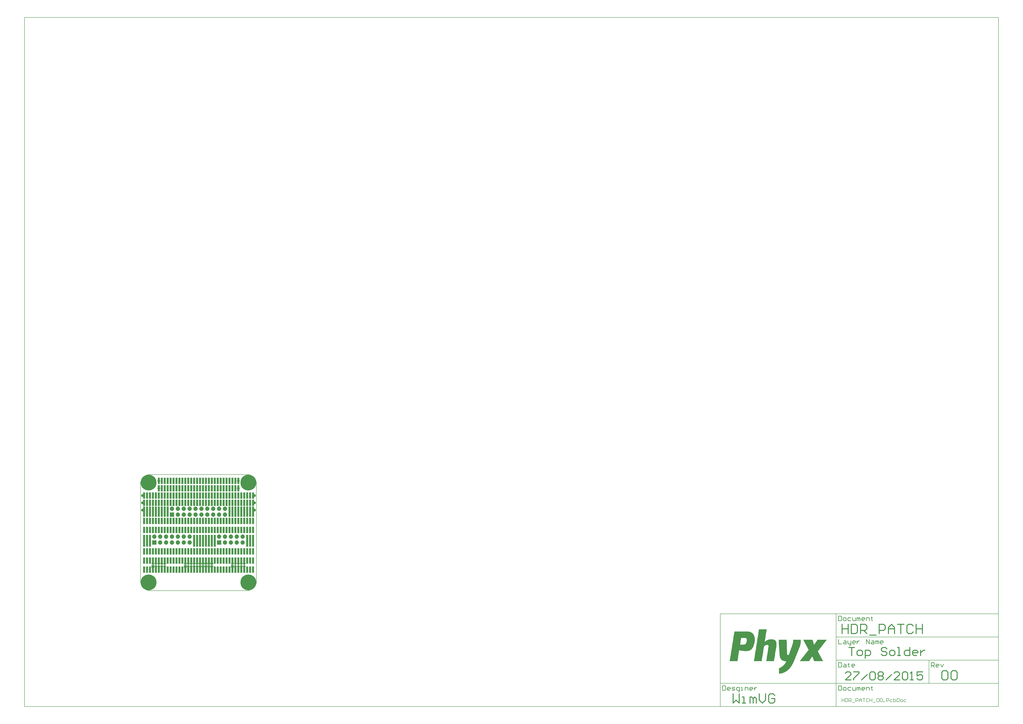
<source format=gts>
G04 Layer_Color=8388736*
%FSLAX25Y25*%
%MOIN*%
G70*
G01*
G75*
%ADD13C,0.01575*%
%ADD15C,0.00787*%
%ADD16C,0.00984*%
%ADD27R,0.03753X0.10642*%
%ADD28R,0.03753X0.20485*%
%ADD29R,0.03753X0.17335*%
%ADD30R,0.04528X0.04528*%
%ADD31C,0.04528*%
%ADD32R,0.07296X0.07296*%
%ADD33C,0.07296*%
%ADD34C,0.04934*%
%ADD35C,0.26772*%
G36*
X1121080Y-83717D02*
Y-84003D01*
Y-84290D01*
Y-84576D01*
Y-84862D01*
Y-85149D01*
Y-85435D01*
Y-85721D01*
Y-86007D01*
Y-86294D01*
Y-86580D01*
Y-86866D01*
Y-87153D01*
Y-87439D01*
Y-87725D01*
Y-88012D01*
Y-88298D01*
Y-88584D01*
Y-88871D01*
Y-89157D01*
Y-89443D01*
X1120793D01*
Y-89730D01*
Y-90016D01*
Y-90302D01*
Y-90588D01*
Y-90875D01*
X1120507D01*
Y-91161D01*
Y-91448D01*
Y-91734D01*
Y-92020D01*
X1120221D01*
Y-92306D01*
Y-92593D01*
Y-92879D01*
Y-93165D01*
X1119934D01*
Y-93452D01*
Y-93738D01*
Y-94024D01*
X1119648D01*
Y-94311D01*
Y-94597D01*
Y-94883D01*
X1119362D01*
Y-95170D01*
Y-95456D01*
Y-95742D01*
X1119075D01*
Y-96029D01*
Y-96315D01*
Y-96601D01*
X1118789D01*
Y-96887D01*
Y-97174D01*
X1118503D01*
Y-97460D01*
Y-97746D01*
X1118217D01*
Y-98033D01*
Y-98319D01*
Y-98605D01*
X1117930D01*
Y-98892D01*
Y-99178D01*
X1117644D01*
Y-99464D01*
Y-99751D01*
Y-100037D01*
X1117358D01*
Y-100323D01*
Y-100610D01*
X1117071D01*
Y-100896D01*
Y-101182D01*
Y-101468D01*
X1116785D01*
Y-101755D01*
Y-102041D01*
X1116499D01*
Y-102327D01*
Y-102614D01*
Y-102900D01*
X1116212D01*
Y-103186D01*
Y-103473D01*
X1115926D01*
Y-103759D01*
Y-104045D01*
Y-104332D01*
X1115640D01*
Y-104618D01*
Y-104904D01*
X1115353D01*
Y-105191D01*
Y-105477D01*
Y-105763D01*
X1115067D01*
Y-106049D01*
Y-106336D01*
X1114781D01*
Y-106622D01*
Y-106908D01*
Y-107195D01*
X1114494D01*
Y-107481D01*
Y-107767D01*
X1114208D01*
Y-108054D01*
Y-108340D01*
Y-108626D01*
X1113922D01*
Y-108913D01*
Y-109199D01*
X1113636D01*
Y-109485D01*
Y-109772D01*
Y-110058D01*
X1113349D01*
Y-110344D01*
Y-110630D01*
X1113063D01*
Y-110917D01*
Y-111203D01*
Y-111489D01*
X1112776D01*
Y-111776D01*
Y-112062D01*
X1112490D01*
Y-112348D01*
Y-112635D01*
Y-112921D01*
X1112204D01*
Y-113207D01*
Y-113494D01*
X1111918D01*
Y-113780D01*
Y-114066D01*
Y-114353D01*
X1111631D01*
Y-114639D01*
Y-114925D01*
X1111345D01*
Y-115211D01*
Y-115498D01*
Y-115784D01*
X1111059D01*
Y-116070D01*
Y-116357D01*
X1110772D01*
Y-116643D01*
Y-116929D01*
Y-117216D01*
X1110486D01*
Y-117502D01*
Y-117788D01*
X1110200D01*
Y-118075D01*
Y-118361D01*
Y-118647D01*
X1109913D01*
Y-118933D01*
Y-119220D01*
X1109627D01*
Y-119506D01*
Y-119792D01*
Y-120079D01*
X1109341D01*
Y-120365D01*
Y-120651D01*
X1109054D01*
Y-120938D01*
Y-121224D01*
X1108768D01*
Y-121510D01*
Y-121797D01*
X1108482D01*
Y-122083D01*
Y-122369D01*
Y-122656D01*
X1108195D01*
Y-122942D01*
X1107909D01*
Y-123228D01*
Y-123514D01*
Y-123801D01*
X1107623D01*
Y-124087D01*
X1107337D01*
Y-124373D01*
Y-124660D01*
X1107050D01*
Y-124946D01*
Y-125232D01*
X1106764D01*
Y-125519D01*
Y-125805D01*
X1106478D01*
Y-126091D01*
Y-126378D01*
X1106191D01*
Y-126664D01*
X1105905D01*
Y-126950D01*
Y-127237D01*
X1105619D01*
Y-127523D01*
Y-127809D01*
X1105332D01*
Y-128095D01*
X1105046D01*
Y-128382D01*
X1104760D01*
Y-128668D01*
Y-128954D01*
X1104473D01*
Y-129241D01*
X1104187D01*
Y-129527D01*
Y-129813D01*
X1103901D01*
Y-130100D01*
X1103615D01*
Y-130386D01*
X1103328D01*
Y-130672D01*
Y-130959D01*
X1103042D01*
Y-131245D01*
X1102756D01*
Y-131531D01*
X1102469D01*
Y-131818D01*
X1102183D01*
Y-132104D01*
X1101897D01*
Y-132390D01*
Y-132676D01*
X1101610D01*
Y-132963D01*
X1101324D01*
Y-133249D01*
X1101038D01*
Y-133535D01*
X1100751D01*
Y-133822D01*
X1100465D01*
Y-134108D01*
X1100179D01*
Y-134394D01*
X1099892D01*
Y-134681D01*
X1099320D01*
Y-134967D01*
X1099034D01*
Y-135253D01*
X1098747D01*
Y-135540D01*
X1098461D01*
Y-135826D01*
X1098175D01*
Y-136112D01*
X1097602D01*
Y-136399D01*
X1097316D01*
Y-136685D01*
X1096743D01*
Y-136971D01*
X1096457D01*
Y-137258D01*
X1095884D01*
Y-137544D01*
X1095598D01*
Y-137830D01*
X1095025D01*
Y-138117D01*
X1094452D01*
Y-138403D01*
X1093880D01*
Y-138689D01*
X1093307D01*
Y-138975D01*
X1092735D01*
Y-139262D01*
X1091876D01*
Y-139548D01*
X1091303D01*
Y-139834D01*
X1090444D01*
Y-140121D01*
X1089299D01*
Y-140407D01*
X1088154D01*
Y-140693D01*
X1086436D01*
Y-140980D01*
X1084432D01*
Y-141266D01*
X1084145D01*
Y-140980D01*
Y-140693D01*
Y-140407D01*
Y-140121D01*
Y-139834D01*
Y-139548D01*
Y-139262D01*
Y-138975D01*
Y-138689D01*
Y-138403D01*
Y-138117D01*
Y-137830D01*
Y-137544D01*
Y-137258D01*
Y-136971D01*
Y-136685D01*
Y-136399D01*
Y-136112D01*
Y-135826D01*
Y-135540D01*
Y-135253D01*
Y-134967D01*
Y-134681D01*
Y-134394D01*
Y-134108D01*
Y-133822D01*
Y-133535D01*
Y-133249D01*
Y-132963D01*
Y-132676D01*
Y-132390D01*
Y-132104D01*
Y-131818D01*
X1084718D01*
Y-131531D01*
X1085291D01*
Y-131245D01*
X1085863D01*
Y-130959D01*
X1086436D01*
Y-130672D01*
X1087008D01*
Y-130386D01*
X1087581D01*
Y-130100D01*
X1087867D01*
Y-129813D01*
X1088440D01*
Y-129527D01*
X1088726D01*
Y-129241D01*
X1089299D01*
Y-128954D01*
X1089585D01*
Y-128668D01*
X1089872D01*
Y-128382D01*
X1090444D01*
Y-128095D01*
X1090730D01*
Y-127809D01*
X1091017D01*
Y-127523D01*
X1091303D01*
Y-127237D01*
X1091589D01*
Y-126950D01*
X1091876D01*
Y-126664D01*
X1092162D01*
Y-126378D01*
X1092448D01*
Y-126091D01*
X1092735D01*
Y-125805D01*
X1093021D01*
Y-125519D01*
X1093307D01*
Y-125232D01*
X1093594D01*
Y-124946D01*
Y-124660D01*
X1093880D01*
Y-124373D01*
X1094166D01*
Y-124087D01*
X1094452D01*
Y-123801D01*
Y-123514D01*
X1094739D01*
Y-123228D01*
X1095025D01*
Y-122942D01*
Y-122656D01*
X1095311D01*
Y-122369D01*
Y-122083D01*
X1095598D01*
Y-121797D01*
X1095884D01*
Y-121510D01*
Y-121224D01*
X1096170D01*
Y-120938D01*
Y-120651D01*
X1096457D01*
Y-120365D01*
Y-120079D01*
X1094739D01*
Y-119792D01*
X1092735D01*
Y-119506D01*
X1091589D01*
Y-119220D01*
X1091017D01*
Y-118933D01*
X1090158D01*
Y-118647D01*
X1089585D01*
Y-118361D01*
X1089299D01*
Y-118075D01*
X1088726D01*
Y-117788D01*
X1088440D01*
Y-117502D01*
X1088154D01*
Y-117216D01*
X1087867D01*
Y-116929D01*
X1087581D01*
Y-116643D01*
X1087295D01*
Y-116357D01*
Y-116070D01*
X1087008D01*
Y-115784D01*
X1086722D01*
Y-115498D01*
Y-115211D01*
X1086436D01*
Y-114925D01*
Y-114639D01*
X1086149D01*
Y-114353D01*
Y-114066D01*
X1085863D01*
Y-113780D01*
Y-113494D01*
Y-113207D01*
X1085577D01*
Y-112921D01*
Y-112635D01*
Y-112348D01*
Y-112062D01*
X1085291D01*
Y-111776D01*
Y-111489D01*
Y-111203D01*
Y-110917D01*
Y-110630D01*
Y-110344D01*
Y-110058D01*
X1085004D01*
Y-109772D01*
Y-109485D01*
Y-109199D01*
Y-108913D01*
Y-108626D01*
Y-108340D01*
Y-108054D01*
Y-107767D01*
Y-107481D01*
Y-107195D01*
Y-106908D01*
Y-106622D01*
Y-106336D01*
Y-106049D01*
Y-105763D01*
X1084718D01*
Y-105477D01*
Y-105191D01*
Y-104904D01*
Y-104618D01*
Y-104332D01*
Y-104045D01*
Y-103759D01*
Y-103473D01*
Y-103186D01*
Y-102900D01*
Y-102614D01*
Y-102327D01*
Y-102041D01*
Y-101755D01*
Y-101468D01*
X1084432D01*
Y-101182D01*
Y-100896D01*
Y-100610D01*
Y-100323D01*
Y-100037D01*
Y-99751D01*
Y-99464D01*
Y-99178D01*
Y-98892D01*
Y-98605D01*
Y-98319D01*
Y-98033D01*
Y-97746D01*
Y-97460D01*
Y-97174D01*
Y-96887D01*
X1084145D01*
Y-96601D01*
Y-96315D01*
Y-96029D01*
Y-95742D01*
Y-95456D01*
Y-95170D01*
Y-94883D01*
Y-94597D01*
Y-94311D01*
Y-94024D01*
Y-93738D01*
Y-93452D01*
Y-93165D01*
Y-92879D01*
Y-92593D01*
Y-92306D01*
X1083859D01*
Y-92020D01*
Y-91734D01*
Y-91448D01*
Y-91161D01*
Y-90875D01*
Y-90588D01*
Y-90302D01*
Y-90016D01*
Y-89730D01*
Y-89443D01*
Y-89157D01*
Y-88871D01*
Y-88584D01*
Y-88298D01*
X1083573D01*
Y-88012D01*
Y-87725D01*
Y-87439D01*
Y-87153D01*
Y-86866D01*
Y-86580D01*
Y-86294D01*
Y-86007D01*
Y-85721D01*
Y-85435D01*
Y-85149D01*
Y-84862D01*
Y-84576D01*
Y-84290D01*
Y-84003D01*
Y-83717D01*
X1083286D01*
Y-83431D01*
X1097029D01*
Y-83717D01*
Y-84003D01*
Y-84290D01*
Y-84576D01*
Y-84862D01*
Y-85149D01*
Y-85435D01*
Y-85721D01*
Y-86007D01*
Y-86294D01*
Y-86580D01*
Y-86866D01*
Y-87153D01*
Y-87439D01*
X1097316D01*
Y-87725D01*
Y-88012D01*
Y-88298D01*
Y-88584D01*
Y-88871D01*
Y-89157D01*
Y-89443D01*
Y-89730D01*
Y-90016D01*
Y-90302D01*
Y-90588D01*
Y-90875D01*
Y-91161D01*
Y-91448D01*
Y-91734D01*
Y-92020D01*
Y-92306D01*
Y-92593D01*
Y-92879D01*
Y-93165D01*
Y-93452D01*
Y-93738D01*
Y-94024D01*
Y-94311D01*
Y-94597D01*
Y-94883D01*
Y-95170D01*
Y-95456D01*
Y-95742D01*
Y-96029D01*
Y-96315D01*
Y-96601D01*
Y-96887D01*
Y-97174D01*
Y-97460D01*
Y-97746D01*
Y-98033D01*
Y-98319D01*
Y-98605D01*
Y-98892D01*
Y-99178D01*
X1097602D01*
Y-99464D01*
X1097316D01*
Y-99751D01*
Y-100037D01*
X1097602D01*
Y-100323D01*
Y-100610D01*
Y-100896D01*
Y-101182D01*
Y-101468D01*
Y-101755D01*
Y-102041D01*
Y-102327D01*
Y-102614D01*
Y-102900D01*
Y-103186D01*
Y-103473D01*
Y-103759D01*
Y-104045D01*
Y-104332D01*
Y-104618D01*
Y-104904D01*
Y-105191D01*
Y-105477D01*
Y-105763D01*
Y-106049D01*
Y-106336D01*
Y-106622D01*
Y-106908D01*
Y-107195D01*
Y-107481D01*
X1097888D01*
Y-107767D01*
Y-108054D01*
Y-108340D01*
X1098175D01*
Y-108626D01*
X1098461D01*
Y-108913D01*
X1098747D01*
Y-109199D01*
X1099606D01*
Y-109485D01*
X1100465D01*
Y-109199D01*
X1100751D01*
Y-108913D01*
Y-108626D01*
Y-108340D01*
X1101038D01*
Y-108054D01*
Y-107767D01*
X1101324D01*
Y-107481D01*
Y-107195D01*
Y-106908D01*
X1101610D01*
Y-106622D01*
Y-106336D01*
Y-106049D01*
X1101897D01*
Y-105763D01*
Y-105477D01*
Y-105191D01*
X1102183D01*
Y-104904D01*
Y-104618D01*
Y-104332D01*
X1102469D01*
Y-104045D01*
Y-103759D01*
X1102756D01*
Y-103473D01*
Y-103186D01*
Y-102900D01*
X1103042D01*
Y-102614D01*
Y-102327D01*
Y-102041D01*
X1103328D01*
Y-101755D01*
Y-101468D01*
Y-101182D01*
X1103615D01*
Y-100896D01*
Y-100610D01*
X1103901D01*
Y-100323D01*
Y-100037D01*
Y-99751D01*
X1104187D01*
Y-99464D01*
Y-99178D01*
Y-98892D01*
X1104473D01*
Y-98605D01*
Y-98319D01*
Y-98033D01*
X1104760D01*
Y-97746D01*
Y-97460D01*
X1105046D01*
Y-97174D01*
Y-96887D01*
Y-96601D01*
X1105332D01*
Y-96315D01*
Y-96029D01*
Y-95742D01*
X1105619D01*
Y-95456D01*
Y-95170D01*
Y-94883D01*
X1105905D01*
Y-94597D01*
Y-94311D01*
X1106191D01*
Y-94024D01*
Y-93738D01*
Y-93452D01*
X1106478D01*
Y-93165D01*
Y-92879D01*
Y-92593D01*
X1106764D01*
Y-92306D01*
Y-92020D01*
Y-91734D01*
X1107050D01*
Y-91448D01*
Y-91161D01*
Y-90875D01*
Y-90588D01*
X1107337D01*
Y-90302D01*
Y-90016D01*
Y-89730D01*
Y-89443D01*
X1107623D01*
Y-89157D01*
Y-88871D01*
Y-88584D01*
Y-88298D01*
Y-88012D01*
X1107909D01*
Y-87725D01*
Y-87439D01*
Y-87153D01*
Y-86866D01*
Y-86580D01*
Y-86294D01*
X1108195D01*
Y-86007D01*
Y-85721D01*
Y-85435D01*
Y-85149D01*
Y-84862D01*
Y-84576D01*
Y-84290D01*
Y-84003D01*
Y-83717D01*
Y-83431D01*
X1121080D01*
Y-83717D01*
D02*
G37*
G36*
X1063244Y-66252D02*
Y-66538D01*
X1062958D01*
Y-66825D01*
Y-67111D01*
Y-67397D01*
Y-67684D01*
Y-67970D01*
Y-68256D01*
X1062672D01*
Y-68542D01*
Y-68829D01*
Y-69115D01*
Y-69401D01*
Y-69688D01*
Y-69974D01*
X1062385D01*
Y-70260D01*
Y-70547D01*
Y-70833D01*
Y-71119D01*
Y-71406D01*
Y-71692D01*
Y-71978D01*
X1062099D01*
Y-72264D01*
Y-72551D01*
Y-72837D01*
Y-73123D01*
Y-73410D01*
Y-73696D01*
X1061813D01*
Y-73982D01*
Y-74269D01*
Y-74555D01*
Y-74841D01*
Y-75128D01*
Y-75414D01*
X1061526D01*
Y-75700D01*
Y-75987D01*
Y-76273D01*
Y-76559D01*
Y-76846D01*
Y-77132D01*
Y-77418D01*
X1061240D01*
Y-77704D01*
Y-77991D01*
Y-78277D01*
Y-78563D01*
Y-78850D01*
Y-79136D01*
X1060954D01*
Y-79422D01*
Y-79709D01*
Y-79995D01*
Y-80281D01*
Y-80568D01*
Y-80854D01*
X1060668D01*
Y-81140D01*
Y-81427D01*
Y-81713D01*
Y-81999D01*
Y-82285D01*
Y-82572D01*
X1060381D01*
Y-82858D01*
Y-83144D01*
Y-83431D01*
Y-83717D01*
Y-84003D01*
Y-84290D01*
Y-84576D01*
X1060095D01*
Y-84862D01*
Y-85149D01*
Y-85435D01*
Y-85721D01*
Y-86007D01*
Y-86294D01*
X1059809D01*
Y-86580D01*
Y-86866D01*
X1060381D01*
Y-86580D01*
X1060668D01*
Y-86294D01*
X1060954D01*
Y-86007D01*
X1061526D01*
Y-85721D01*
X1061813D01*
Y-85435D01*
X1062099D01*
Y-85149D01*
X1062672D01*
Y-84862D01*
X1063244D01*
Y-84576D01*
X1063531D01*
Y-84290D01*
X1064103D01*
Y-84003D01*
X1064962D01*
Y-83717D01*
X1065535D01*
Y-83431D01*
X1066394D01*
Y-83144D01*
X1067825D01*
Y-82858D01*
X1074124D01*
Y-83144D01*
X1075270D01*
Y-83431D01*
X1076128D01*
Y-83717D01*
X1076701D01*
Y-84003D01*
X1076987D01*
Y-84290D01*
X1077560D01*
Y-84576D01*
X1077846D01*
Y-84862D01*
X1078133D01*
Y-85149D01*
X1078419D01*
Y-85435D01*
X1078705D01*
Y-85721D01*
Y-86007D01*
X1078992D01*
Y-86294D01*
Y-86580D01*
X1079278D01*
Y-86866D01*
Y-87153D01*
Y-87439D01*
X1079564D01*
Y-87725D01*
Y-88012D01*
Y-88298D01*
Y-88584D01*
X1079850D01*
Y-88871D01*
Y-89157D01*
Y-89443D01*
Y-89730D01*
Y-90016D01*
Y-90302D01*
Y-90588D01*
Y-90875D01*
Y-91161D01*
Y-91448D01*
Y-91734D01*
Y-92020D01*
Y-92306D01*
Y-92593D01*
Y-92879D01*
Y-93165D01*
Y-93452D01*
Y-93738D01*
X1079564D01*
Y-94024D01*
Y-94311D01*
Y-94597D01*
Y-94883D01*
Y-95170D01*
Y-95456D01*
Y-95742D01*
X1079278D01*
Y-96029D01*
Y-96315D01*
Y-96601D01*
Y-96887D01*
Y-97174D01*
Y-97460D01*
Y-97746D01*
X1078992D01*
Y-98033D01*
Y-98319D01*
Y-98605D01*
Y-98892D01*
Y-99178D01*
Y-99464D01*
X1078705D01*
Y-99751D01*
Y-100037D01*
Y-100323D01*
Y-100610D01*
Y-100896D01*
Y-101182D01*
X1078419D01*
Y-101468D01*
Y-101755D01*
Y-102041D01*
Y-102327D01*
Y-102614D01*
Y-102900D01*
X1078133D01*
Y-103186D01*
Y-103473D01*
Y-103759D01*
Y-104045D01*
Y-104332D01*
Y-104618D01*
Y-104904D01*
X1077846D01*
Y-105191D01*
Y-105477D01*
Y-105763D01*
Y-106049D01*
Y-106336D01*
Y-106622D01*
X1077560D01*
Y-106908D01*
Y-107195D01*
Y-107481D01*
Y-107767D01*
Y-108054D01*
Y-108340D01*
X1077274D01*
Y-108626D01*
Y-108913D01*
Y-109199D01*
Y-109485D01*
Y-109772D01*
Y-110058D01*
Y-110344D01*
X1076987D01*
Y-110630D01*
Y-110917D01*
Y-111203D01*
Y-111489D01*
Y-111776D01*
Y-112062D01*
X1076701D01*
Y-112348D01*
Y-112635D01*
Y-112921D01*
Y-113207D01*
Y-113494D01*
Y-113780D01*
X1076415D01*
Y-114066D01*
Y-114353D01*
Y-114639D01*
Y-114925D01*
Y-115211D01*
Y-115498D01*
X1076128D01*
Y-115784D01*
Y-116070D01*
Y-116357D01*
Y-116643D01*
Y-116929D01*
Y-117216D01*
Y-117502D01*
X1075842D01*
Y-117788D01*
Y-118075D01*
Y-118361D01*
Y-118647D01*
Y-118933D01*
Y-119220D01*
X1075556D01*
Y-119506D01*
Y-119792D01*
X1062385D01*
Y-119506D01*
Y-119220D01*
X1062672D01*
Y-118933D01*
Y-118647D01*
Y-118361D01*
Y-118075D01*
Y-117788D01*
Y-117502D01*
X1062958D01*
Y-117216D01*
Y-116929D01*
Y-116643D01*
Y-116357D01*
Y-116070D01*
Y-115784D01*
Y-115498D01*
X1063244D01*
Y-115211D01*
Y-114925D01*
Y-114639D01*
Y-114353D01*
Y-114066D01*
Y-113780D01*
X1063531D01*
Y-113494D01*
Y-113207D01*
Y-112921D01*
Y-112635D01*
Y-112348D01*
Y-112062D01*
X1063817D01*
Y-111776D01*
Y-111489D01*
Y-111203D01*
Y-110917D01*
Y-110630D01*
Y-110344D01*
Y-110058D01*
X1064103D01*
Y-109772D01*
Y-109485D01*
Y-109199D01*
Y-108913D01*
Y-108626D01*
Y-108340D01*
X1064390D01*
Y-108054D01*
Y-107767D01*
Y-107481D01*
Y-107195D01*
Y-106908D01*
Y-106622D01*
Y-106336D01*
X1064676D01*
Y-106049D01*
Y-105763D01*
Y-105477D01*
Y-105191D01*
Y-104904D01*
Y-104618D01*
X1064962D01*
Y-104332D01*
Y-104045D01*
Y-103759D01*
Y-103473D01*
Y-103186D01*
Y-102900D01*
X1065249D01*
Y-102614D01*
Y-102327D01*
Y-102041D01*
Y-101755D01*
Y-101468D01*
Y-101182D01*
X1065535D01*
Y-100896D01*
Y-100610D01*
Y-100323D01*
Y-100037D01*
Y-99751D01*
Y-99464D01*
Y-99178D01*
X1065821D01*
Y-98892D01*
Y-98605D01*
Y-98319D01*
Y-98033D01*
Y-97746D01*
Y-97460D01*
X1066107D01*
Y-97174D01*
Y-96887D01*
Y-96601D01*
Y-96315D01*
Y-96029D01*
Y-95742D01*
Y-95456D01*
X1066394D01*
Y-95170D01*
Y-94883D01*
Y-94597D01*
Y-94311D01*
Y-94024D01*
Y-93738D01*
X1066107D01*
Y-93452D01*
Y-93165D01*
X1065821D01*
Y-92879D01*
X1065535D01*
Y-92593D01*
X1064962D01*
Y-92306D01*
X1063244D01*
Y-92593D01*
X1061813D01*
Y-92879D01*
X1060954D01*
Y-93165D01*
X1060381D01*
Y-93452D01*
X1060095D01*
Y-93738D01*
X1059522D01*
Y-94024D01*
X1059236D01*
Y-94311D01*
X1058950D01*
Y-94597D01*
Y-94883D01*
X1058663D01*
Y-95170D01*
Y-95456D01*
Y-95742D01*
X1058377D01*
Y-96029D01*
Y-96315D01*
Y-96601D01*
Y-96887D01*
Y-97174D01*
Y-97460D01*
X1058091D01*
Y-97746D01*
Y-98033D01*
Y-98319D01*
Y-98605D01*
Y-98892D01*
Y-99178D01*
Y-99464D01*
X1057804D01*
Y-99751D01*
Y-100037D01*
Y-100323D01*
Y-100610D01*
Y-100896D01*
Y-101182D01*
X1057518D01*
Y-101468D01*
Y-101755D01*
Y-102041D01*
Y-102327D01*
Y-102614D01*
Y-102900D01*
X1057232D01*
Y-103186D01*
Y-103473D01*
Y-103759D01*
Y-104045D01*
Y-104332D01*
Y-104618D01*
X1056946D01*
Y-104904D01*
Y-105191D01*
Y-105477D01*
Y-105763D01*
Y-106049D01*
Y-106336D01*
Y-106622D01*
X1056659D01*
Y-106908D01*
Y-107195D01*
Y-107481D01*
Y-107767D01*
Y-108054D01*
Y-108340D01*
X1056373D01*
Y-108626D01*
Y-108913D01*
Y-109199D01*
Y-109485D01*
Y-109772D01*
Y-110058D01*
X1056087D01*
Y-110344D01*
Y-110630D01*
Y-110917D01*
Y-111203D01*
Y-111489D01*
Y-111776D01*
Y-112062D01*
X1055800D01*
Y-112348D01*
Y-112635D01*
Y-112921D01*
Y-113207D01*
Y-113494D01*
Y-113780D01*
X1055514D01*
Y-114066D01*
Y-114353D01*
Y-114639D01*
Y-114925D01*
Y-115211D01*
Y-115498D01*
X1055228D01*
Y-115784D01*
Y-116070D01*
Y-116357D01*
Y-116643D01*
Y-116929D01*
Y-117216D01*
X1054941D01*
Y-117502D01*
Y-117788D01*
Y-118075D01*
Y-118361D01*
Y-118647D01*
Y-118933D01*
Y-119220D01*
X1054655D01*
Y-119506D01*
Y-119792D01*
X1041485D01*
Y-119506D01*
Y-119220D01*
X1041771D01*
Y-118933D01*
Y-118647D01*
Y-118361D01*
Y-118075D01*
Y-117788D01*
Y-117502D01*
Y-117216D01*
X1042057D01*
Y-116929D01*
Y-116643D01*
Y-116357D01*
Y-116070D01*
Y-115784D01*
Y-115498D01*
X1042344D01*
Y-115211D01*
Y-114925D01*
Y-114639D01*
Y-114353D01*
Y-114066D01*
Y-113780D01*
X1042630D01*
Y-113494D01*
Y-113207D01*
Y-112921D01*
Y-112635D01*
Y-112348D01*
Y-112062D01*
Y-111776D01*
X1042916D01*
Y-111489D01*
Y-111203D01*
Y-110917D01*
Y-110630D01*
Y-110344D01*
Y-110058D01*
X1043202D01*
Y-109772D01*
Y-109485D01*
Y-109199D01*
Y-108913D01*
Y-108626D01*
Y-108340D01*
X1043489D01*
Y-108054D01*
Y-107767D01*
Y-107481D01*
Y-107195D01*
Y-106908D01*
Y-106622D01*
X1043775D01*
Y-106336D01*
Y-106049D01*
Y-105763D01*
Y-105477D01*
Y-105191D01*
Y-104904D01*
Y-104618D01*
X1044061D01*
Y-104332D01*
Y-104045D01*
Y-103759D01*
Y-103473D01*
Y-103186D01*
Y-102900D01*
X1044348D01*
Y-102614D01*
Y-102327D01*
Y-102041D01*
Y-101755D01*
Y-101468D01*
Y-101182D01*
X1044634D01*
Y-100896D01*
Y-100610D01*
Y-100323D01*
Y-100037D01*
Y-99751D01*
Y-99464D01*
Y-99178D01*
X1044920D01*
Y-98892D01*
Y-98605D01*
Y-98319D01*
Y-98033D01*
Y-97746D01*
Y-97460D01*
X1045207D01*
Y-97174D01*
Y-96887D01*
Y-96601D01*
Y-96315D01*
Y-96029D01*
Y-95742D01*
X1045493D01*
Y-95456D01*
Y-95170D01*
Y-94883D01*
Y-94597D01*
Y-94311D01*
Y-94024D01*
X1045779D01*
Y-93738D01*
Y-93452D01*
Y-93165D01*
Y-92879D01*
Y-92593D01*
Y-92306D01*
Y-92020D01*
X1046066D01*
Y-91734D01*
Y-91448D01*
Y-91161D01*
Y-90875D01*
Y-90588D01*
Y-90302D01*
X1046352D01*
Y-90016D01*
Y-89730D01*
Y-89443D01*
Y-89157D01*
Y-88871D01*
Y-88584D01*
X1046638D01*
Y-88298D01*
Y-88012D01*
Y-87725D01*
Y-87439D01*
Y-87153D01*
Y-86866D01*
X1046925D01*
Y-86580D01*
Y-86294D01*
Y-86007D01*
Y-85721D01*
Y-85435D01*
Y-85149D01*
Y-84862D01*
X1047211D01*
Y-84576D01*
Y-84290D01*
Y-84003D01*
Y-83717D01*
Y-83431D01*
Y-83144D01*
X1047497D01*
Y-82858D01*
Y-82572D01*
Y-82285D01*
Y-81999D01*
Y-81713D01*
Y-81427D01*
X1047783D01*
Y-81140D01*
Y-80854D01*
Y-80568D01*
Y-80281D01*
Y-79995D01*
Y-79709D01*
Y-79422D01*
X1048070D01*
Y-79136D01*
Y-78850D01*
Y-78563D01*
Y-78277D01*
Y-77991D01*
Y-77704D01*
X1048356D01*
Y-77418D01*
Y-77132D01*
Y-76846D01*
Y-76559D01*
Y-76273D01*
Y-75987D01*
X1048642D01*
Y-75700D01*
Y-75414D01*
Y-75128D01*
Y-74841D01*
Y-74555D01*
Y-74269D01*
X1048929D01*
Y-73982D01*
Y-73696D01*
Y-73410D01*
Y-73123D01*
Y-72837D01*
Y-72551D01*
Y-72264D01*
X1049215D01*
Y-71978D01*
Y-71692D01*
Y-71406D01*
Y-71119D01*
Y-70833D01*
Y-70547D01*
X1049501D01*
Y-70260D01*
Y-69974D01*
Y-69688D01*
Y-69401D01*
Y-69115D01*
Y-68829D01*
X1049788D01*
Y-68542D01*
Y-68256D01*
Y-67970D01*
Y-67684D01*
Y-67397D01*
Y-67111D01*
Y-66825D01*
X1050074D01*
Y-66538D01*
Y-66252D01*
Y-65966D01*
X1063244D01*
Y-66252D01*
D02*
G37*
G36*
X1032036Y-69688D02*
X1033754D01*
Y-69974D01*
X1034613D01*
Y-70260D01*
X1035472D01*
Y-70547D01*
X1036331D01*
Y-70833D01*
X1036904D01*
Y-71119D01*
X1037190D01*
Y-71406D01*
X1037763D01*
Y-71692D01*
X1038049D01*
Y-71978D01*
X1038622D01*
Y-72264D01*
X1038908D01*
Y-72551D01*
X1039194D01*
Y-72837D01*
X1039480D01*
Y-73123D01*
X1039767D01*
Y-73410D01*
X1040053D01*
Y-73696D01*
X1040339D01*
Y-73982D01*
Y-74269D01*
X1040626D01*
Y-74555D01*
X1040912D01*
Y-74841D01*
Y-75128D01*
X1041198D01*
Y-75414D01*
X1041485D01*
Y-75700D01*
Y-75987D01*
X1041771D01*
Y-76273D01*
Y-76559D01*
Y-76846D01*
X1042057D01*
Y-77132D01*
Y-77418D01*
Y-77704D01*
X1042344D01*
Y-77991D01*
Y-78277D01*
Y-78563D01*
Y-78850D01*
X1042630D01*
Y-79136D01*
Y-79422D01*
Y-79709D01*
Y-79995D01*
Y-80281D01*
X1042916D01*
Y-80568D01*
Y-80854D01*
Y-81140D01*
Y-81427D01*
Y-81713D01*
Y-81999D01*
Y-82285D01*
Y-82572D01*
Y-82858D01*
Y-83144D01*
Y-83431D01*
Y-83717D01*
Y-84003D01*
Y-84290D01*
Y-84576D01*
Y-84862D01*
Y-85149D01*
Y-85435D01*
Y-85721D01*
Y-86007D01*
X1042630D01*
Y-86294D01*
Y-86580D01*
Y-86866D01*
Y-87153D01*
Y-87439D01*
Y-87725D01*
Y-88012D01*
X1042344D01*
Y-88298D01*
Y-88584D01*
Y-88871D01*
Y-89157D01*
Y-89443D01*
X1042057D01*
Y-89730D01*
Y-90016D01*
Y-90302D01*
Y-90588D01*
Y-90875D01*
X1041771D01*
Y-91161D01*
Y-91448D01*
Y-91734D01*
X1041485D01*
Y-92020D01*
Y-92306D01*
Y-92593D01*
Y-92879D01*
X1041198D01*
Y-93165D01*
Y-93452D01*
Y-93738D01*
X1040912D01*
Y-94024D01*
Y-94311D01*
X1040626D01*
Y-94597D01*
Y-94883D01*
Y-95170D01*
X1040339D01*
Y-95456D01*
Y-95742D01*
X1040053D01*
Y-96029D01*
Y-96315D01*
X1039767D01*
Y-96601D01*
Y-96887D01*
X1039480D01*
Y-97174D01*
X1039194D01*
Y-97460D01*
Y-97746D01*
X1038908D01*
Y-98033D01*
X1038622D01*
Y-98319D01*
X1038335D01*
Y-98605D01*
Y-98892D01*
X1038049D01*
Y-99178D01*
X1037763D01*
Y-99464D01*
X1037476D01*
Y-99751D01*
X1037190D01*
Y-100037D01*
X1036904D01*
Y-100323D01*
X1036331D01*
Y-100610D01*
X1036045D01*
Y-100896D01*
X1035472D01*
Y-101182D01*
X1035186D01*
Y-101468D01*
X1034613D01*
Y-101755D01*
X1033754D01*
Y-102041D01*
X1032895D01*
Y-102327D01*
X1032036D01*
Y-102614D01*
X1030318D01*
Y-102900D01*
X1025165D01*
Y-102614D01*
X1022588D01*
Y-102327D01*
X1020584D01*
Y-102041D01*
X1019152D01*
Y-101755D01*
X1017721D01*
Y-101468D01*
X1016289D01*
Y-101755D01*
Y-102041D01*
Y-102327D01*
Y-102614D01*
Y-102900D01*
Y-103186D01*
Y-103473D01*
X1016003D01*
Y-103759D01*
Y-104045D01*
Y-104332D01*
Y-104618D01*
Y-104904D01*
Y-105191D01*
X1015716D01*
Y-105477D01*
Y-105763D01*
Y-106049D01*
Y-106336D01*
Y-106622D01*
Y-106908D01*
X1015430D01*
Y-107195D01*
Y-107481D01*
Y-107767D01*
Y-108054D01*
Y-108340D01*
Y-108626D01*
Y-108913D01*
X1015144D01*
Y-109199D01*
Y-109485D01*
Y-109772D01*
Y-110058D01*
Y-110344D01*
Y-110630D01*
X1014857D01*
Y-110917D01*
Y-111203D01*
Y-111489D01*
Y-111776D01*
Y-112062D01*
Y-112348D01*
X1014571D01*
Y-112635D01*
Y-112921D01*
Y-113207D01*
Y-113494D01*
Y-113780D01*
Y-114066D01*
Y-114353D01*
X1014285D01*
Y-114639D01*
Y-114925D01*
Y-115211D01*
Y-115498D01*
Y-115784D01*
Y-116070D01*
X1013999D01*
Y-116357D01*
Y-116643D01*
Y-116929D01*
Y-117216D01*
Y-117502D01*
Y-117788D01*
X1013712D01*
Y-118075D01*
Y-118361D01*
Y-118647D01*
Y-118933D01*
Y-119220D01*
Y-119506D01*
Y-119792D01*
X1000256D01*
Y-119506D01*
X1000542D01*
Y-119220D01*
Y-118933D01*
Y-118647D01*
Y-118361D01*
Y-118075D01*
X1000828D01*
Y-117788D01*
Y-117502D01*
Y-117216D01*
Y-116929D01*
Y-116643D01*
Y-116357D01*
Y-116070D01*
X1001114D01*
Y-115784D01*
Y-115498D01*
Y-115211D01*
Y-114925D01*
Y-114639D01*
Y-114353D01*
X1001401D01*
Y-114066D01*
Y-113780D01*
Y-113494D01*
Y-113207D01*
Y-112921D01*
Y-112635D01*
X1001687D01*
Y-112348D01*
Y-112062D01*
Y-111776D01*
Y-111489D01*
Y-111203D01*
Y-110917D01*
Y-110630D01*
X1001974D01*
Y-110344D01*
Y-110058D01*
Y-109772D01*
Y-109485D01*
Y-109199D01*
Y-108913D01*
X1002260D01*
Y-108626D01*
Y-108340D01*
Y-108054D01*
Y-107767D01*
Y-107481D01*
Y-107195D01*
X1002546D01*
Y-106908D01*
Y-106622D01*
Y-106336D01*
Y-106049D01*
Y-105763D01*
Y-105477D01*
X1002832D01*
Y-105191D01*
Y-104904D01*
Y-104618D01*
Y-104332D01*
Y-104045D01*
Y-103759D01*
Y-103473D01*
X1003119D01*
Y-103186D01*
Y-102900D01*
Y-102614D01*
Y-102327D01*
Y-102041D01*
Y-101755D01*
X1003405D01*
Y-101468D01*
Y-101182D01*
Y-100896D01*
Y-100610D01*
Y-100323D01*
Y-100037D01*
X1003691D01*
Y-99751D01*
Y-99464D01*
Y-99178D01*
Y-98892D01*
Y-98605D01*
Y-98319D01*
X1003978D01*
Y-98033D01*
Y-97746D01*
Y-97460D01*
Y-97174D01*
Y-96887D01*
Y-96601D01*
Y-96315D01*
X1004264D01*
Y-96029D01*
Y-95742D01*
Y-95456D01*
Y-95170D01*
Y-94883D01*
Y-94597D01*
X1004550D01*
Y-94311D01*
Y-94024D01*
Y-93738D01*
Y-93452D01*
Y-93165D01*
Y-92879D01*
X1004837D01*
Y-92593D01*
Y-92306D01*
Y-92020D01*
Y-91734D01*
Y-91448D01*
Y-91161D01*
Y-90875D01*
X1005123D01*
Y-90588D01*
Y-90302D01*
Y-90016D01*
Y-89730D01*
Y-89443D01*
Y-89157D01*
X1005409D01*
Y-88871D01*
Y-88584D01*
Y-88298D01*
Y-88012D01*
Y-87725D01*
Y-87439D01*
X1005696D01*
Y-87153D01*
Y-86866D01*
Y-86580D01*
Y-86294D01*
Y-86007D01*
Y-85721D01*
X1005982D01*
Y-85435D01*
Y-85149D01*
Y-84862D01*
Y-84576D01*
Y-84290D01*
Y-84003D01*
Y-83717D01*
X1006268D01*
Y-83431D01*
Y-83144D01*
Y-82858D01*
Y-82572D01*
Y-82285D01*
Y-81999D01*
X1006555D01*
Y-81713D01*
Y-81427D01*
Y-81140D01*
Y-80854D01*
Y-80568D01*
Y-80281D01*
X1006841D01*
Y-79995D01*
Y-79709D01*
Y-79422D01*
Y-79136D01*
Y-78850D01*
Y-78563D01*
Y-78277D01*
X1007127D01*
Y-77991D01*
Y-77704D01*
Y-77418D01*
Y-77132D01*
Y-76846D01*
Y-76559D01*
X1007413D01*
Y-76273D01*
Y-75987D01*
Y-75700D01*
Y-75414D01*
Y-75128D01*
Y-74841D01*
X1007700D01*
Y-74555D01*
Y-74269D01*
Y-73982D01*
Y-73696D01*
Y-73410D01*
Y-73123D01*
Y-72837D01*
X1007986D01*
Y-72551D01*
Y-72264D01*
Y-71978D01*
Y-71692D01*
Y-71406D01*
Y-71119D01*
X1008272D01*
Y-70833D01*
Y-70547D01*
Y-70260D01*
Y-69974D01*
Y-69688D01*
Y-69401D01*
X1032036D01*
Y-69688D01*
D02*
G37*
G36*
X1165172Y-83717D02*
X1164886D01*
Y-84003D01*
X1164599D01*
Y-84290D01*
Y-84576D01*
X1164313D01*
Y-84862D01*
X1164027D01*
Y-85149D01*
X1163740D01*
Y-85435D01*
Y-85721D01*
X1163454D01*
Y-86007D01*
X1163168D01*
Y-86294D01*
X1162881D01*
Y-86580D01*
X1162595D01*
Y-86866D01*
Y-87153D01*
X1162309D01*
Y-87439D01*
X1162022D01*
Y-87725D01*
X1161736D01*
Y-88012D01*
Y-88298D01*
X1161450D01*
Y-88584D01*
X1161163D01*
Y-88871D01*
X1160877D01*
Y-89157D01*
X1160591D01*
Y-89443D01*
Y-89730D01*
X1160305D01*
Y-90016D01*
X1160018D01*
Y-90302D01*
X1159732D01*
Y-90588D01*
Y-90875D01*
X1159445D01*
Y-91161D01*
X1159159D01*
Y-91448D01*
X1158873D01*
Y-91734D01*
Y-92020D01*
X1158587D01*
Y-92306D01*
X1158300D01*
Y-92593D01*
X1158014D01*
Y-92879D01*
X1157728D01*
Y-93165D01*
Y-93452D01*
X1157441D01*
Y-93738D01*
X1157155D01*
Y-94024D01*
X1156869D01*
Y-94311D01*
Y-94597D01*
X1156582D01*
Y-94883D01*
X1156296D01*
Y-95170D01*
X1156010D01*
Y-95456D01*
Y-95742D01*
X1155723D01*
Y-96029D01*
X1155437D01*
Y-96315D01*
X1155151D01*
Y-96601D01*
X1154865D01*
Y-96887D01*
Y-97174D01*
X1154578D01*
Y-97460D01*
X1154292D01*
Y-97746D01*
X1154006D01*
Y-98033D01*
Y-98319D01*
X1153719D01*
Y-98605D01*
X1153433D01*
Y-98892D01*
X1153147D01*
Y-99178D01*
Y-99464D01*
X1152860D01*
Y-99751D01*
X1152574D01*
Y-100037D01*
X1152288D01*
Y-100323D01*
X1152001D01*
Y-100610D01*
Y-100896D01*
X1151715D01*
Y-101182D01*
X1151429D01*
Y-101468D01*
X1151142D01*
Y-101755D01*
Y-102041D01*
X1150856D01*
Y-102327D01*
X1150570D01*
Y-102614D01*
X1150284D01*
Y-102900D01*
X1149997D01*
Y-103186D01*
Y-103473D01*
X1150284D01*
Y-103759D01*
Y-104045D01*
X1150570D01*
Y-104332D01*
Y-104618D01*
X1150856D01*
Y-104904D01*
X1151142D01*
Y-105191D01*
Y-105477D01*
X1151429D01*
Y-105763D01*
Y-106049D01*
X1151715D01*
Y-106336D01*
Y-106622D01*
X1152001D01*
Y-106908D01*
Y-107195D01*
X1152288D01*
Y-107481D01*
Y-107767D01*
X1152574D01*
Y-108054D01*
Y-108340D01*
X1152860D01*
Y-108626D01*
Y-108913D01*
X1153147D01*
Y-109199D01*
Y-109485D01*
X1153433D01*
Y-109772D01*
X1153719D01*
Y-110058D01*
Y-110344D01*
X1154006D01*
Y-110630D01*
Y-110917D01*
X1154292D01*
Y-111203D01*
Y-111489D01*
X1154578D01*
Y-111776D01*
Y-112062D01*
X1154865D01*
Y-112348D01*
Y-112635D01*
X1155151D01*
Y-112921D01*
Y-113207D01*
X1155437D01*
Y-113494D01*
Y-113780D01*
X1155723D01*
Y-114066D01*
X1156010D01*
Y-114353D01*
Y-114639D01*
X1156296D01*
Y-114925D01*
Y-115211D01*
X1156582D01*
Y-115498D01*
Y-115784D01*
X1156869D01*
Y-116070D01*
Y-116357D01*
X1157155D01*
Y-116643D01*
Y-116929D01*
X1157441D01*
Y-117216D01*
Y-117502D01*
X1157728D01*
Y-117788D01*
Y-118075D01*
X1158014D01*
Y-118361D01*
X1158300D01*
Y-118647D01*
Y-118933D01*
X1158587D01*
Y-119220D01*
Y-119506D01*
X1158873D01*
Y-119792D01*
X1143698D01*
Y-119506D01*
X1143412D01*
Y-119220D01*
Y-118933D01*
Y-118647D01*
X1143126D01*
Y-118361D01*
Y-118075D01*
Y-117788D01*
X1142839D01*
Y-117502D01*
Y-117216D01*
X1142553D01*
Y-116929D01*
Y-116643D01*
Y-116357D01*
X1142267D01*
Y-116070D01*
Y-115784D01*
Y-115498D01*
X1141980D01*
Y-115211D01*
Y-114925D01*
X1141694D01*
Y-114639D01*
Y-114353D01*
Y-114066D01*
X1141408D01*
Y-113780D01*
Y-113494D01*
Y-113207D01*
X1141121D01*
Y-112921D01*
Y-112635D01*
Y-112348D01*
X1140835D01*
Y-112062D01*
X1140263D01*
Y-112348D01*
Y-112635D01*
X1139976D01*
Y-112921D01*
X1139690D01*
Y-113207D01*
Y-113494D01*
X1139404D01*
Y-113780D01*
X1139117D01*
Y-114066D01*
Y-114353D01*
X1138831D01*
Y-114639D01*
X1138545D01*
Y-114925D01*
Y-115211D01*
X1138258D01*
Y-115498D01*
X1137972D01*
Y-115784D01*
X1137686D01*
Y-116070D01*
Y-116357D01*
X1137399D01*
Y-116643D01*
X1137113D01*
Y-116929D01*
Y-117216D01*
X1136827D01*
Y-117502D01*
X1136541D01*
Y-117788D01*
Y-118075D01*
X1136254D01*
Y-118361D01*
X1135968D01*
Y-118647D01*
Y-118933D01*
X1135682D01*
Y-119220D01*
X1135395D01*
Y-119506D01*
Y-119792D01*
X1119362D01*
Y-119506D01*
X1119648D01*
Y-119220D01*
X1119934D01*
Y-118933D01*
X1120221D01*
Y-118647D01*
X1120507D01*
Y-118361D01*
Y-118075D01*
X1120793D01*
Y-117788D01*
X1121080D01*
Y-117502D01*
X1121366D01*
Y-117216D01*
X1121652D01*
Y-116929D01*
Y-116643D01*
X1121939D01*
Y-116357D01*
X1122225D01*
Y-116070D01*
X1122511D01*
Y-115784D01*
Y-115498D01*
X1122797D01*
Y-115211D01*
X1123084D01*
Y-114925D01*
X1123370D01*
Y-114639D01*
X1123656D01*
Y-114353D01*
Y-114066D01*
X1123943D01*
Y-113780D01*
X1124229D01*
Y-113494D01*
X1124515D01*
Y-113207D01*
X1124802D01*
Y-112921D01*
Y-112635D01*
X1125088D01*
Y-112348D01*
X1125374D01*
Y-112062D01*
X1125661D01*
Y-111776D01*
Y-111489D01*
X1125947D01*
Y-111203D01*
X1126233D01*
Y-110917D01*
X1126519D01*
Y-110630D01*
X1126806D01*
Y-110344D01*
Y-110058D01*
X1127092D01*
Y-109772D01*
X1127378D01*
Y-109485D01*
X1127665D01*
Y-109199D01*
Y-108913D01*
X1127951D01*
Y-108626D01*
X1128237D01*
Y-108340D01*
X1128524D01*
Y-108054D01*
X1128810D01*
Y-107767D01*
Y-107481D01*
X1129096D01*
Y-107195D01*
X1129383D01*
Y-106908D01*
X1129669D01*
Y-106622D01*
Y-106336D01*
X1129955D01*
Y-106049D01*
X1130242D01*
Y-105763D01*
X1130528D01*
Y-105477D01*
X1130814D01*
Y-105191D01*
Y-104904D01*
X1131100D01*
Y-104618D01*
X1131387D01*
Y-104332D01*
X1131673D01*
Y-104045D01*
X1131960D01*
Y-103759D01*
Y-103473D01*
X1132246D01*
Y-103186D01*
X1132532D01*
Y-102900D01*
X1132818D01*
Y-102614D01*
Y-102327D01*
X1133105D01*
Y-102041D01*
X1133391D01*
Y-101755D01*
X1133677D01*
Y-101468D01*
X1133964D01*
Y-101182D01*
Y-100896D01*
X1134250D01*
Y-100610D01*
Y-100323D01*
Y-100037D01*
X1133964D01*
Y-99751D01*
X1133677D01*
Y-99464D01*
Y-99178D01*
X1133391D01*
Y-98892D01*
Y-98605D01*
X1133105D01*
Y-98319D01*
Y-98033D01*
X1132818D01*
Y-97746D01*
Y-97460D01*
X1132532D01*
Y-97174D01*
Y-96887D01*
X1132246D01*
Y-96601D01*
Y-96315D01*
X1131960D01*
Y-96029D01*
X1131673D01*
Y-95742D01*
Y-95456D01*
X1131387D01*
Y-95170D01*
Y-94883D01*
X1131100D01*
Y-94597D01*
Y-94311D01*
X1130814D01*
Y-94024D01*
Y-93738D01*
X1130528D01*
Y-93452D01*
Y-93165D01*
X1130242D01*
Y-92879D01*
Y-92593D01*
X1129955D01*
Y-92306D01*
X1129669D01*
Y-92020D01*
Y-91734D01*
X1129383D01*
Y-91448D01*
Y-91161D01*
X1129096D01*
Y-90875D01*
Y-90588D01*
X1128810D01*
Y-90302D01*
Y-90016D01*
X1128524D01*
Y-89730D01*
Y-89443D01*
X1128237D01*
Y-89157D01*
Y-88871D01*
X1127951D01*
Y-88584D01*
Y-88298D01*
X1127665D01*
Y-88012D01*
X1127378D01*
Y-87725D01*
Y-87439D01*
X1127092D01*
Y-87153D01*
Y-86866D01*
X1126806D01*
Y-86580D01*
Y-86294D01*
X1126519D01*
Y-86007D01*
Y-85721D01*
X1126233D01*
Y-85435D01*
Y-85149D01*
X1125947D01*
Y-84862D01*
Y-84576D01*
X1125661D01*
Y-84290D01*
X1125374D01*
Y-84003D01*
Y-83717D01*
X1125088D01*
Y-83431D01*
X1140835D01*
Y-83717D01*
X1141121D01*
Y-84003D01*
Y-84290D01*
Y-84576D01*
X1141408D01*
Y-84862D01*
Y-85149D01*
Y-85435D01*
X1141694D01*
Y-85721D01*
Y-86007D01*
Y-86294D01*
X1141980D01*
Y-86580D01*
Y-86866D01*
Y-87153D01*
X1142267D01*
Y-87439D01*
Y-87725D01*
Y-88012D01*
X1142553D01*
Y-88298D01*
Y-88584D01*
Y-88871D01*
X1142839D01*
Y-89157D01*
Y-89443D01*
Y-89730D01*
X1143126D01*
Y-90016D01*
Y-90302D01*
Y-90588D01*
X1143412D01*
Y-90875D01*
Y-91161D01*
Y-91448D01*
Y-91734D01*
X1143985D01*
Y-91448D01*
X1144271D01*
Y-91161D01*
X1144557D01*
Y-90875D01*
Y-90588D01*
X1144844D01*
Y-90302D01*
X1145130D01*
Y-90016D01*
Y-89730D01*
X1145416D01*
Y-89443D01*
X1145702D01*
Y-89157D01*
Y-88871D01*
X1145989D01*
Y-88584D01*
X1146275D01*
Y-88298D01*
Y-88012D01*
X1146561D01*
Y-87725D01*
X1146848D01*
Y-87439D01*
Y-87153D01*
X1147134D01*
Y-86866D01*
X1147420D01*
Y-86580D01*
Y-86294D01*
X1147707D01*
Y-86007D01*
X1147993D01*
Y-85721D01*
Y-85435D01*
X1148279D01*
Y-85149D01*
X1148566D01*
Y-84862D01*
Y-84576D01*
X1148852D01*
Y-84290D01*
X1149138D01*
Y-84003D01*
Y-83717D01*
X1149425D01*
Y-83431D01*
X1165172D01*
Y-83717D01*
D02*
G37*
%LPC*%
G36*
X1027742Y-80568D02*
X1019725D01*
Y-80854D01*
Y-81140D01*
Y-81427D01*
Y-81713D01*
Y-81999D01*
X1019438D01*
Y-82285D01*
Y-82572D01*
Y-82858D01*
Y-83144D01*
Y-83431D01*
Y-83717D01*
X1019152D01*
Y-84003D01*
Y-84290D01*
Y-84576D01*
Y-84862D01*
Y-85149D01*
Y-85435D01*
X1018866D01*
Y-85721D01*
Y-86007D01*
Y-86294D01*
Y-86580D01*
Y-86866D01*
Y-87153D01*
X1018580D01*
Y-87439D01*
Y-87725D01*
Y-88012D01*
Y-88298D01*
Y-88584D01*
Y-88871D01*
Y-89157D01*
X1018293D01*
Y-89443D01*
Y-89730D01*
Y-90016D01*
Y-90302D01*
Y-90588D01*
Y-90875D01*
X1018007D01*
Y-91161D01*
Y-91448D01*
Y-91734D01*
X1025165D01*
Y-91448D01*
X1026310D01*
Y-91161D01*
X1026883D01*
Y-90875D01*
X1027169D01*
Y-90588D01*
X1027455D01*
Y-90302D01*
X1027742D01*
Y-90016D01*
X1028028D01*
Y-89730D01*
Y-89443D01*
X1028314D01*
Y-89157D01*
Y-88871D01*
X1028601D01*
Y-88584D01*
Y-88298D01*
X1028887D01*
Y-88012D01*
Y-87725D01*
Y-87439D01*
Y-87153D01*
X1029173D01*
Y-86866D01*
Y-86580D01*
Y-86294D01*
Y-86007D01*
Y-85721D01*
X1029459D01*
Y-85435D01*
Y-85149D01*
Y-84862D01*
Y-84576D01*
Y-84290D01*
Y-84003D01*
Y-83717D01*
Y-83431D01*
Y-83144D01*
Y-82858D01*
Y-82572D01*
X1029173D01*
Y-82285D01*
Y-81999D01*
X1028887D01*
Y-81713D01*
Y-81427D01*
X1028601D01*
Y-81140D01*
X1028314D01*
Y-80854D01*
X1027742D01*
Y-80568D01*
D02*
G37*
%LPD*%
D13*
X1202756Y-96461D02*
X1211939D01*
X1207348D01*
Y-110236D01*
X1218827D02*
X1223419D01*
X1225714Y-107940D01*
Y-103349D01*
X1223419Y-101053D01*
X1218827D01*
X1216531Y-103349D01*
Y-107940D01*
X1218827Y-110236D01*
X1230306Y-114828D02*
Y-101053D01*
X1237194D01*
X1239489Y-103349D01*
Y-107940D01*
X1237194Y-110236D01*
X1230306D01*
X1267040Y-98757D02*
X1264744Y-96461D01*
X1260152D01*
X1257856Y-98757D01*
Y-101053D01*
X1260152Y-103349D01*
X1264744D01*
X1267040Y-105645D01*
Y-107940D01*
X1264744Y-110236D01*
X1260152D01*
X1257856Y-107940D01*
X1273927Y-110236D02*
X1278519D01*
X1280815Y-107940D01*
Y-103349D01*
X1278519Y-101053D01*
X1273927D01*
X1271631Y-103349D01*
Y-107940D01*
X1273927Y-110236D01*
X1285406D02*
X1289998D01*
X1287702D01*
Y-96461D01*
X1285406D01*
X1306069D02*
Y-110236D01*
X1299181D01*
X1296886Y-107940D01*
Y-103349D01*
X1299181Y-101053D01*
X1306069D01*
X1317548Y-110236D02*
X1312957D01*
X1310661Y-107940D01*
Y-103349D01*
X1312957Y-101053D01*
X1317548D01*
X1319844Y-103349D01*
Y-105645D01*
X1310661D01*
X1324436Y-101053D02*
Y-110236D01*
Y-105645D01*
X1326732Y-103349D01*
X1329027Y-101053D01*
X1331323D01*
X1005906Y-175202D02*
Y-190945D01*
X1011153Y-185697D01*
X1016401Y-190945D01*
Y-175202D01*
X1021649Y-190945D02*
X1026896D01*
X1024272D01*
Y-180450D01*
X1021649D01*
X1034768Y-190945D02*
Y-180450D01*
X1037391D01*
X1040015Y-183073D01*
Y-190945D01*
Y-183073D01*
X1042639Y-180450D01*
X1045263Y-183073D01*
Y-190945D01*
X1050511Y-175202D02*
Y-185697D01*
X1055758Y-190945D01*
X1061006Y-185697D01*
Y-175202D01*
X1076749Y-177826D02*
X1074125Y-175202D01*
X1068877D01*
X1066253Y-177826D01*
Y-188321D01*
X1068877Y-190945D01*
X1074125D01*
X1076749Y-188321D01*
Y-183073D01*
X1071501D01*
X1360236Y-138456D02*
X1362860Y-135832D01*
X1368108D01*
X1370732Y-138456D01*
Y-148951D01*
X1368108Y-151575D01*
X1362860D01*
X1360236Y-148951D01*
Y-138456D01*
X1375979D02*
X1378603Y-135832D01*
X1383851D01*
X1386475Y-138456D01*
Y-148951D01*
X1383851Y-151575D01*
X1378603D01*
X1375979Y-148951D01*
Y-138456D01*
X1206034Y-151575D02*
X1196850D01*
X1206034Y-142391D01*
Y-140096D01*
X1203738Y-137800D01*
X1199146D01*
X1196850Y-140096D01*
X1210625Y-137800D02*
X1219809D01*
Y-140096D01*
X1210625Y-149279D01*
Y-151575D01*
X1224401D02*
X1233584Y-142391D01*
X1238176Y-140096D02*
X1240471Y-137800D01*
X1245063D01*
X1247359Y-140096D01*
Y-149279D01*
X1245063Y-151575D01*
X1240471D01*
X1238176Y-149279D01*
Y-140096D01*
X1251951D02*
X1254247Y-137800D01*
X1258838D01*
X1261134Y-140096D01*
Y-142391D01*
X1258838Y-144687D01*
X1261134Y-146983D01*
Y-149279D01*
X1258838Y-151575D01*
X1254247D01*
X1251951Y-149279D01*
Y-146983D01*
X1254247Y-144687D01*
X1251951Y-142391D01*
Y-140096D01*
X1254247Y-144687D02*
X1258838D01*
X1265726Y-151575D02*
X1274909Y-142391D01*
X1288684Y-151575D02*
X1279501D01*
X1288684Y-142391D01*
Y-140096D01*
X1286388Y-137800D01*
X1281797D01*
X1279501Y-140096D01*
X1293276D02*
X1295572Y-137800D01*
X1300163D01*
X1302459Y-140096D01*
Y-149279D01*
X1300163Y-151575D01*
X1295572D01*
X1293276Y-149279D01*
Y-140096D01*
X1307051Y-151575D02*
X1311643D01*
X1309347D01*
Y-137800D01*
X1307051Y-140096D01*
X1327714Y-137800D02*
X1318530D01*
Y-144687D01*
X1323122Y-142391D01*
X1325418D01*
X1327714Y-144687D01*
Y-149279D01*
X1325418Y-151575D01*
X1320826D01*
X1318530Y-149279D01*
X1190945Y-57092D02*
Y-72835D01*
Y-64963D01*
X1201440D01*
Y-57092D01*
Y-72835D01*
X1206688Y-57092D02*
Y-72835D01*
X1214559D01*
X1217183Y-70211D01*
Y-59715D01*
X1214559Y-57092D01*
X1206688D01*
X1222431Y-72835D02*
Y-57092D01*
X1230302D01*
X1232926Y-59715D01*
Y-64963D01*
X1230302Y-67587D01*
X1222431D01*
X1227678D02*
X1232926Y-72835D01*
X1238174Y-75459D02*
X1248669D01*
X1253917Y-72835D02*
Y-57092D01*
X1261788D01*
X1264412Y-59715D01*
Y-64963D01*
X1261788Y-67587D01*
X1253917D01*
X1269660Y-72835D02*
Y-62339D01*
X1274907Y-57092D01*
X1280155Y-62339D01*
Y-72835D01*
Y-64963D01*
X1269660D01*
X1285402Y-57092D02*
X1295898D01*
X1290650D01*
Y-72835D01*
X1311641Y-59715D02*
X1309017Y-57092D01*
X1303769D01*
X1301145Y-59715D01*
Y-70211D01*
X1303769Y-72835D01*
X1309017D01*
X1311641Y-70211D01*
X1316888Y-57092D02*
Y-72835D01*
Y-64963D01*
X1327384D01*
Y-57092D01*
Y-72835D01*
D15*
X0Y15748D02*
G03*
X15748Y0I15748J0D01*
G01*
X181102D02*
G03*
X196850Y15748I0J15748D01*
G01*
X15748Y196850D02*
G03*
X0Y181102I0J-15748D01*
G01*
X196850D02*
G03*
X181102Y196850I-15748J0D01*
G01*
X15748Y0D02*
X181102D01*
X0Y15748D02*
Y181102D01*
X15748Y196850D02*
X181102D01*
X196850Y15748D02*
Y181102D01*
X1338583Y-157480D02*
Y-118110D01*
X1181102Y-78740D02*
X1456693D01*
X1181102Y-118110D02*
X1456693D01*
X984252Y-157480D02*
X1456693D01*
X984252Y-39370D02*
X1456693D01*
X984252Y-196850D02*
Y-39370D01*
X1181102Y-196850D02*
Y-39370D01*
X-196850Y972441D02*
X1456693D01*
Y-196850D02*
Y972441D01*
X-196850Y-196850D02*
Y972441D01*
Y-196850D02*
X1456693D01*
X1190945Y-183073D02*
Y-188976D01*
Y-186025D01*
X1194881D01*
Y-183073D01*
Y-188976D01*
X1196848Y-183073D02*
Y-188976D01*
X1199800D01*
X1200784Y-187993D01*
Y-184057D01*
X1199800Y-183073D01*
X1196848D01*
X1202752Y-188976D02*
Y-183073D01*
X1205704D01*
X1206688Y-184057D01*
Y-186025D01*
X1205704Y-187009D01*
X1202752D01*
X1204720D02*
X1206688Y-188976D01*
X1208656Y-189960D02*
X1212591D01*
X1214559Y-188976D02*
Y-183073D01*
X1217511D01*
X1218495Y-184057D01*
Y-186025D01*
X1217511Y-187009D01*
X1214559D01*
X1220463Y-188976D02*
Y-185041D01*
X1222431Y-183073D01*
X1224399Y-185041D01*
Y-188976D01*
Y-186025D01*
X1220463D01*
X1226367Y-183073D02*
X1230302D01*
X1228334D01*
Y-188976D01*
X1236206Y-184057D02*
X1235222Y-183073D01*
X1233254D01*
X1232270Y-184057D01*
Y-187993D01*
X1233254Y-188976D01*
X1235222D01*
X1236206Y-187993D01*
X1238174Y-183073D02*
Y-188976D01*
Y-186025D01*
X1242109D01*
Y-183073D01*
Y-188976D01*
X1244077Y-189960D02*
X1248013D01*
X1249981Y-184057D02*
X1250965Y-183073D01*
X1252933D01*
X1253917Y-184057D01*
Y-187993D01*
X1252933Y-188976D01*
X1250965D01*
X1249981Y-187993D01*
Y-184057D01*
X1255884D02*
X1256868Y-183073D01*
X1258836D01*
X1259820Y-184057D01*
Y-187993D01*
X1258836Y-188976D01*
X1256868D01*
X1255884Y-187993D01*
Y-184057D01*
X1261788Y-188976D02*
Y-187993D01*
X1262772D01*
Y-188976D01*
X1261788D01*
X1266708D02*
Y-183073D01*
X1269660D01*
X1270644Y-184057D01*
Y-186025D01*
X1269660Y-187009D01*
X1266708D01*
X1276547Y-185041D02*
X1273595D01*
X1272611Y-186025D01*
Y-187993D01*
X1273595Y-188976D01*
X1276547D01*
X1278515Y-183073D02*
Y-188976D01*
X1281467D01*
X1282451Y-187993D01*
Y-187009D01*
Y-186025D01*
X1281467Y-185041D01*
X1278515D01*
X1284418Y-183073D02*
Y-188976D01*
X1287370D01*
X1288354Y-187993D01*
Y-184057D01*
X1287370Y-183073D01*
X1284418D01*
X1291306Y-188976D02*
X1293274D01*
X1294258Y-187993D01*
Y-186025D01*
X1293274Y-185041D01*
X1291306D01*
X1290322Y-186025D01*
Y-187993D01*
X1291306Y-188976D01*
X1300161Y-185041D02*
X1297210D01*
X1296226Y-186025D01*
Y-187993D01*
X1297210Y-188976D01*
X1300161D01*
D16*
X1342520Y-129921D02*
Y-122050D01*
X1346455D01*
X1347767Y-123362D01*
Y-125986D01*
X1346455Y-127297D01*
X1342520D01*
X1345144D02*
X1347767Y-129921D01*
X1354327D02*
X1351703D01*
X1350391Y-128609D01*
Y-125986D01*
X1351703Y-124674D01*
X1354327D01*
X1355639Y-125986D01*
Y-127297D01*
X1350391D01*
X1358263Y-124674D02*
X1360886Y-129921D01*
X1363510Y-124674D01*
X988189Y-161420D02*
Y-169291D01*
X992125D01*
X993437Y-167979D01*
Y-162732D01*
X992125Y-161420D01*
X988189D01*
X999996Y-169291D02*
X997372D01*
X996060Y-167979D01*
Y-165356D01*
X997372Y-164044D01*
X999996D01*
X1001308Y-165356D01*
Y-166667D01*
X996060D01*
X1003932Y-169291D02*
X1007868D01*
X1009180Y-167979D01*
X1007868Y-166667D01*
X1005244D01*
X1003932Y-165356D01*
X1005244Y-164044D01*
X1009180D01*
X1014427Y-171915D02*
X1015739D01*
X1017051Y-170603D01*
Y-164044D01*
X1013115D01*
X1011803Y-165356D01*
Y-167979D01*
X1013115Y-169291D01*
X1017051D01*
X1019675D02*
X1022299D01*
X1020987D01*
Y-164044D01*
X1019675D01*
X1026235Y-169291D02*
Y-164044D01*
X1030170D01*
X1031482Y-165356D01*
Y-169291D01*
X1038042D02*
X1035418D01*
X1034106Y-167979D01*
Y-165356D01*
X1035418Y-164044D01*
X1038042D01*
X1039354Y-165356D01*
Y-166667D01*
X1034106D01*
X1041977Y-164044D02*
Y-169291D01*
Y-166667D01*
X1043289Y-165356D01*
X1044601Y-164044D01*
X1045913D01*
X1185039Y-43310D02*
Y-51181D01*
X1188975D01*
X1190287Y-49869D01*
Y-44622D01*
X1188975Y-43310D01*
X1185039D01*
X1194223Y-51181D02*
X1196847D01*
X1198158Y-49869D01*
Y-47245D01*
X1196847Y-45933D01*
X1194223D01*
X1192911Y-47245D01*
Y-49869D01*
X1194223Y-51181D01*
X1206030Y-45933D02*
X1202094D01*
X1200782Y-47245D01*
Y-49869D01*
X1202094Y-51181D01*
X1206030D01*
X1208654Y-45933D02*
Y-49869D01*
X1209966Y-51181D01*
X1213902D01*
Y-45933D01*
X1216525Y-51181D02*
Y-45933D01*
X1217837D01*
X1219149Y-47245D01*
Y-51181D01*
Y-47245D01*
X1220461Y-45933D01*
X1221773Y-47245D01*
Y-51181D01*
X1228333D02*
X1225709D01*
X1224397Y-49869D01*
Y-47245D01*
X1225709Y-45933D01*
X1228333D01*
X1229644Y-47245D01*
Y-48557D01*
X1224397D01*
X1232268Y-51181D02*
Y-45933D01*
X1236204D01*
X1237516Y-47245D01*
Y-51181D01*
X1241452Y-44622D02*
Y-45933D01*
X1240140D01*
X1242764D01*
X1241452D01*
Y-49869D01*
X1242764Y-51181D01*
X1185039Y-82680D02*
Y-90551D01*
X1190287D01*
X1194223Y-85303D02*
X1196847D01*
X1198158Y-86615D01*
Y-90551D01*
X1194223D01*
X1192911Y-89239D01*
X1194223Y-87927D01*
X1198158D01*
X1200782Y-85303D02*
Y-89239D01*
X1202094Y-90551D01*
X1206030D01*
Y-91863D01*
X1204718Y-93175D01*
X1203406D01*
X1206030Y-90551D02*
Y-85303D01*
X1212590Y-90551D02*
X1209966D01*
X1208654Y-89239D01*
Y-86615D01*
X1209966Y-85303D01*
X1212590D01*
X1213902Y-86615D01*
Y-87927D01*
X1208654D01*
X1216525Y-85303D02*
Y-90551D01*
Y-87927D01*
X1217837Y-86615D01*
X1219149Y-85303D01*
X1220461D01*
X1232268Y-90551D02*
Y-82680D01*
X1237516Y-90551D01*
Y-82680D01*
X1241452Y-85303D02*
X1244075D01*
X1245387Y-86615D01*
Y-90551D01*
X1241452D01*
X1240140Y-89239D01*
X1241452Y-87927D01*
X1245387D01*
X1248011Y-90551D02*
Y-85303D01*
X1249323D01*
X1250635Y-86615D01*
Y-90551D01*
Y-86615D01*
X1251947Y-85303D01*
X1253259Y-86615D01*
Y-90551D01*
X1259818D02*
X1257195D01*
X1255883Y-89239D01*
Y-86615D01*
X1257195Y-85303D01*
X1259818D01*
X1261130Y-86615D01*
Y-87927D01*
X1255883D01*
X1185039Y-122050D02*
Y-129921D01*
X1188975D01*
X1190287Y-128609D01*
Y-123362D01*
X1188975Y-122050D01*
X1185039D01*
X1194223Y-124674D02*
X1196847D01*
X1198158Y-125986D01*
Y-129921D01*
X1194223D01*
X1192911Y-128609D01*
X1194223Y-127297D01*
X1198158D01*
X1202094Y-123362D02*
Y-124674D01*
X1200782D01*
X1203406D01*
X1202094D01*
Y-128609D01*
X1203406Y-129921D01*
X1211278D02*
X1208654D01*
X1207342Y-128609D01*
Y-125986D01*
X1208654Y-124674D01*
X1211278D01*
X1212589Y-125986D01*
Y-127297D01*
X1207342D01*
X1185039Y-161420D02*
Y-169291D01*
X1188975D01*
X1190287Y-167979D01*
Y-162732D01*
X1188975Y-161420D01*
X1185039D01*
X1194223Y-169291D02*
X1196847D01*
X1198158Y-167979D01*
Y-165356D01*
X1196847Y-164044D01*
X1194223D01*
X1192911Y-165356D01*
Y-167979D01*
X1194223Y-169291D01*
X1206030Y-164044D02*
X1202094D01*
X1200782Y-165356D01*
Y-167979D01*
X1202094Y-169291D01*
X1206030D01*
X1208654Y-164044D02*
Y-167979D01*
X1209966Y-169291D01*
X1213902D01*
Y-164044D01*
X1216525Y-169291D02*
Y-164044D01*
X1217837D01*
X1219149Y-165356D01*
Y-169291D01*
Y-165356D01*
X1220461Y-164044D01*
X1221773Y-165356D01*
Y-169291D01*
X1228333D02*
X1225709D01*
X1224397Y-167979D01*
Y-165356D01*
X1225709Y-164044D01*
X1228333D01*
X1229644Y-165356D01*
Y-166667D01*
X1224397D01*
X1232268Y-169291D02*
Y-164044D01*
X1236204D01*
X1237516Y-165356D01*
Y-169291D01*
X1241452Y-162732D02*
Y-164044D01*
X1240140D01*
X1242764D01*
X1241452D01*
Y-167979D01*
X1242764Y-169291D01*
D27*
X95925Y35630D02*
D03*
X90926Y35630D02*
D03*
X85926D02*
D03*
X80925Y35630D02*
D03*
X75926Y35630D02*
D03*
X95925Y50984D02*
D03*
X90925Y50984D02*
D03*
X85925Y50984D02*
D03*
X80925D02*
D03*
X75925Y50984D02*
D03*
X100925Y50984D02*
D03*
X100925Y35630D02*
D03*
X105925D02*
D03*
X105925Y50984D02*
D03*
X110925Y35630D02*
D03*
X110925Y50984D02*
D03*
X115925Y35630D02*
D03*
X115925Y50984D02*
D03*
X120925Y35630D02*
D03*
X120925Y50984D02*
D03*
X155925Y50984D02*
D03*
X160925Y50984D02*
D03*
X165925D02*
D03*
X170925Y50984D02*
D03*
X175925Y50984D02*
D03*
X155926Y35630D02*
D03*
X160925Y35630D02*
D03*
X165926Y35630D02*
D03*
X170926D02*
D03*
X175925Y35630D02*
D03*
X40925D02*
D03*
X35926Y35630D02*
D03*
X30926D02*
D03*
X25925Y35630D02*
D03*
X20926Y35630D02*
D03*
X40925Y50984D02*
D03*
X35925Y50984D02*
D03*
X30925Y50984D02*
D03*
X25925D02*
D03*
X20925Y50984D02*
D03*
X45925Y35630D02*
D03*
X45924Y50984D02*
D03*
X50924D02*
D03*
X50925Y35630D02*
D03*
X55925D02*
D03*
X55924Y50984D02*
D03*
X60925Y35630D02*
D03*
X60925Y50984D02*
D03*
X65925Y35630D02*
D03*
X65925Y50984D02*
D03*
X70925Y35630D02*
D03*
X70925Y50984D02*
D03*
X125925Y35630D02*
D03*
X125925Y50984D02*
D03*
X130924D02*
D03*
X130925Y35630D02*
D03*
X135925D02*
D03*
X135924Y50984D02*
D03*
X140925Y35630D02*
D03*
X140925Y50984D02*
D03*
X145925Y35630D02*
D03*
X145924Y50984D02*
D03*
X150925Y35630D02*
D03*
X150925Y50984D02*
D03*
X150924Y102755D02*
D03*
X145924D02*
D03*
X140924D02*
D03*
X135924D02*
D03*
X130924D02*
D03*
X125924D02*
D03*
X175925Y102755D02*
D03*
X170925Y102755D02*
D03*
X165925Y102755D02*
D03*
X160924D02*
D03*
X155925Y102755D02*
D03*
X70924Y102755D02*
D03*
X65924D02*
D03*
X60924D02*
D03*
X55924D02*
D03*
X50924D02*
D03*
X45924D02*
D03*
X20925Y102755D02*
D03*
X25925Y102755D02*
D03*
X30924D02*
D03*
X35925Y102755D02*
D03*
X40925Y102755D02*
D03*
X120924D02*
D03*
X115925D02*
D03*
X110924D02*
D03*
X105924D02*
D03*
X100925D02*
D03*
X75925Y102755D02*
D03*
X80924Y102755D02*
D03*
X85925D02*
D03*
X90925Y102755D02*
D03*
X95925Y102755D02*
D03*
X95924Y118110D02*
D03*
X90925Y118110D02*
D03*
X85924Y118110D02*
D03*
X80924D02*
D03*
X75924Y118110D02*
D03*
X100924Y118110D02*
D03*
X105924D02*
D03*
X110924D02*
D03*
X115924D02*
D03*
X120924D02*
D03*
X40924D02*
D03*
X35925Y118110D02*
D03*
X30924Y118110D02*
D03*
X25924D02*
D03*
X20924Y118110D02*
D03*
X45924Y118110D02*
D03*
X50924D02*
D03*
X55924D02*
D03*
X60924D02*
D03*
X65924D02*
D03*
X70924D02*
D03*
X155924Y118110D02*
D03*
X160924Y118110D02*
D03*
X165924D02*
D03*
X170924Y118110D02*
D03*
X175924Y118110D02*
D03*
X125924Y118110D02*
D03*
X130924D02*
D03*
X135924D02*
D03*
X140924D02*
D03*
X145924D02*
D03*
X150924D02*
D03*
X95925Y66338D02*
D03*
X90925Y66338D02*
D03*
X85925Y66338D02*
D03*
X80924D02*
D03*
X75925Y66338D02*
D03*
X100925Y66338D02*
D03*
X105924D02*
D03*
X110924D02*
D03*
X115925D02*
D03*
X120924D02*
D03*
X40925D02*
D03*
X35925Y66338D02*
D03*
X30924Y66338D02*
D03*
X25925D02*
D03*
X20925Y66338D02*
D03*
X45924Y66338D02*
D03*
X50924D02*
D03*
X55924D02*
D03*
X60924D02*
D03*
X65924D02*
D03*
X70924D02*
D03*
X155925Y66338D02*
D03*
X160924Y66338D02*
D03*
X165925D02*
D03*
X170925Y66338D02*
D03*
X175925Y66338D02*
D03*
X125924Y66338D02*
D03*
X130924D02*
D03*
X135924D02*
D03*
X140924D02*
D03*
X145924D02*
D03*
X150924D02*
D03*
X10925Y66338D02*
D03*
X15924Y66338D02*
D03*
X10925Y50984D02*
D03*
X15925Y50984D02*
D03*
X10926Y35630D02*
D03*
X15925Y35630D02*
D03*
X5926Y35630D02*
D03*
X5926Y50984D02*
D03*
X5925Y66338D02*
D03*
X190926Y66338D02*
D03*
X190925Y50984D02*
D03*
X190925Y35630D02*
D03*
X180926Y35630D02*
D03*
X185925Y35630D02*
D03*
X180926Y50984D02*
D03*
X185926Y50984D02*
D03*
X180926Y66338D02*
D03*
X185926Y66338D02*
D03*
X185926Y118110D02*
D03*
X180926Y118110D02*
D03*
X185925Y102755D02*
D03*
X180926Y102755D02*
D03*
X190925Y102755D02*
D03*
X190925Y118110D02*
D03*
X10923D02*
D03*
X15923Y118110D02*
D03*
X10923Y102755D02*
D03*
X15923Y102755D02*
D03*
X5924Y102755D02*
D03*
X5923Y118109D02*
D03*
X35924Y148818D02*
D03*
X45923Y148818D02*
D03*
X40923Y148818D02*
D03*
X150924Y148818D02*
D03*
X160923Y148818D02*
D03*
X155924Y148818D02*
D03*
X145923Y148818D02*
D03*
X140923D02*
D03*
X135923D02*
D03*
X130923D02*
D03*
X125923D02*
D03*
X70923D02*
D03*
X65923D02*
D03*
X60923D02*
D03*
X55923D02*
D03*
X50923D02*
D03*
X120923Y148818D02*
D03*
X115923D02*
D03*
X110923D02*
D03*
X105923D02*
D03*
X100923D02*
D03*
X75924Y148818D02*
D03*
X80923Y148818D02*
D03*
X85923D02*
D03*
X90924Y148818D02*
D03*
X95923Y148818D02*
D03*
X185924Y161219D02*
D03*
X180924Y161219D02*
D03*
X190923Y161219D02*
D03*
X5924Y161219D02*
D03*
X15923Y161219D02*
D03*
X10923Y161219D02*
D03*
X150923Y161219D02*
D03*
X145923D02*
D03*
X140923D02*
D03*
X135923D02*
D03*
X130923D02*
D03*
X125923D02*
D03*
X70923D02*
D03*
X65923D02*
D03*
X60923D02*
D03*
X55923D02*
D03*
X50923D02*
D03*
X45923D02*
D03*
X20923Y161219D02*
D03*
X25923Y161219D02*
D03*
X30923D02*
D03*
X35923Y161219D02*
D03*
X40923Y161219D02*
D03*
X175923D02*
D03*
X170923Y161219D02*
D03*
X165923Y161219D02*
D03*
X160923D02*
D03*
X155923Y161219D02*
D03*
X120923Y161219D02*
D03*
X115923D02*
D03*
X110923D02*
D03*
X105923D02*
D03*
X100923D02*
D03*
X75923Y161219D02*
D03*
X80923Y161219D02*
D03*
X85923D02*
D03*
X90923Y161219D02*
D03*
X95923Y161219D02*
D03*
X95923Y173620D02*
D03*
X90923Y173620D02*
D03*
X85923Y173620D02*
D03*
X80923D02*
D03*
X75923Y173620D02*
D03*
X100923Y173620D02*
D03*
X105923D02*
D03*
X110923D02*
D03*
X115923D02*
D03*
X120923D02*
D03*
X45922Y173620D02*
D03*
X50922D02*
D03*
X55922D02*
D03*
X60922D02*
D03*
X65922D02*
D03*
X70922D02*
D03*
X125922D02*
D03*
X130922D02*
D03*
X135922D02*
D03*
X140922D02*
D03*
X145922D02*
D03*
X150922D02*
D03*
X95922Y186021D02*
D03*
X90923Y186021D02*
D03*
X85922Y186021D02*
D03*
X80922D02*
D03*
X75923Y186021D02*
D03*
X100922Y186021D02*
D03*
X105922D02*
D03*
X110922D02*
D03*
X115922D02*
D03*
X120922D02*
D03*
X45922Y186021D02*
D03*
X50922D02*
D03*
X55922D02*
D03*
X60922D02*
D03*
X65922D02*
D03*
X70922D02*
D03*
X125922D02*
D03*
X130922D02*
D03*
X135922D02*
D03*
X140922D02*
D03*
X145922D02*
D03*
X150922D02*
D03*
X170924Y148818D02*
D03*
X175924Y148818D02*
D03*
X165925Y148818D02*
D03*
X185925Y148818D02*
D03*
X190925Y148818D02*
D03*
X180926Y148818D02*
D03*
X10925Y148818D02*
D03*
X15924Y148818D02*
D03*
X5925Y148817D02*
D03*
X25925Y148818D02*
D03*
X30924Y148818D02*
D03*
X20925Y148818D02*
D03*
X165922Y186021D02*
D03*
X160922Y186021D02*
D03*
X165922Y173620D02*
D03*
X160923Y173620D02*
D03*
X30923Y186021D02*
D03*
X35923Y186021D02*
D03*
X30923Y173620D02*
D03*
X35923Y173620D02*
D03*
X40922Y186021D02*
D03*
X40923Y173620D02*
D03*
X155927Y186021D02*
D03*
X155926Y173620D02*
D03*
D28*
X95925Y84449D02*
D03*
X90925Y84449D02*
D03*
X100925Y84449D02*
D03*
X105925D02*
D03*
X110925D02*
D03*
X115925D02*
D03*
X120925D02*
D03*
X190925Y84449D02*
D03*
X185925D02*
D03*
X180925D02*
D03*
X15923Y84449D02*
D03*
X10923D02*
D03*
X5923D02*
D03*
X125925Y84449D02*
D03*
D29*
X150924Y133858D02*
D03*
X155923Y133858D02*
D03*
X160923Y133858D02*
D03*
X45923Y133858D02*
D03*
X40923Y133858D02*
D03*
X35923Y133858D02*
D03*
X175923D02*
D03*
X170924Y133858D02*
D03*
X165924Y133858D02*
D03*
X190925Y133858D02*
D03*
X185925Y133858D02*
D03*
X180925Y133858D02*
D03*
X15924Y133858D02*
D03*
X10925Y133858D02*
D03*
X5925Y133858D02*
D03*
X30924Y133858D02*
D03*
X25924Y133858D02*
D03*
X20924Y133858D02*
D03*
D30*
X75925Y40807D02*
D03*
X155925D02*
D03*
X20925D02*
D03*
D31*
X80925D02*
D03*
X85925D02*
D03*
X90925D02*
D03*
X95925D02*
D03*
Y45807D02*
D03*
X90925D02*
D03*
X85925D02*
D03*
X80925D02*
D03*
X75925D02*
D03*
X160925Y40807D02*
D03*
X165925D02*
D03*
X170925D02*
D03*
X175925D02*
D03*
Y45807D02*
D03*
X170925D02*
D03*
X165925D02*
D03*
X160925D02*
D03*
X155925D02*
D03*
X25925Y40807D02*
D03*
X30925D02*
D03*
X35925D02*
D03*
X40925D02*
D03*
Y45807D02*
D03*
X35925D02*
D03*
X30925D02*
D03*
X25925D02*
D03*
X20925D02*
D03*
D32*
X133425Y81614D02*
D03*
X23425Y81614D02*
D03*
X53425Y128858D02*
D03*
D33*
X133425Y91614D02*
D03*
X143425Y81614D02*
D03*
Y91614D02*
D03*
X153425Y81614D02*
D03*
Y91614D02*
D03*
X163425Y81614D02*
D03*
Y91614D02*
D03*
X173425Y81614D02*
D03*
Y91614D02*
D03*
X83425Y91614D02*
D03*
Y81614D02*
D03*
X73425Y91614D02*
D03*
Y81614D02*
D03*
X63425Y91614D02*
D03*
Y81614D02*
D03*
X53425Y91614D02*
D03*
Y81614D02*
D03*
X43425Y91614D02*
D03*
Y81614D02*
D03*
X33425Y91614D02*
D03*
Y81614D02*
D03*
X23425Y91614D02*
D03*
X53425Y138858D02*
D03*
X63425Y128858D02*
D03*
Y138858D02*
D03*
X73425Y128858D02*
D03*
Y138858D02*
D03*
X83425Y128858D02*
D03*
Y138858D02*
D03*
X93425Y128858D02*
D03*
Y138858D02*
D03*
X103425Y128858D02*
D03*
Y138858D02*
D03*
X113425Y128858D02*
D03*
Y138858D02*
D03*
X123425Y128858D02*
D03*
Y138858D02*
D03*
X133425Y128858D02*
D03*
Y138858D02*
D03*
X143425Y128858D02*
D03*
Y138858D02*
D03*
D34*
X100925Y40807D02*
D03*
Y45807D02*
D03*
X105925D02*
D03*
Y40807D02*
D03*
X110925Y45807D02*
D03*
Y40807D02*
D03*
X115925Y45807D02*
D03*
Y40807D02*
D03*
X120925Y45807D02*
D03*
Y40807D02*
D03*
X193420Y161219D02*
D03*
X193419Y148817D02*
D03*
X193417Y136416D02*
D03*
X3430Y136416D02*
D03*
X3428Y148817D02*
D03*
X3427Y161219D02*
D03*
X165919Y173620D02*
D03*
X165918Y186021D02*
D03*
X30931Y173620D02*
D03*
X30931Y186021D02*
D03*
D35*
X13780Y13780D02*
D03*
X183071D02*
D03*
Y183071D02*
D03*
X13780D02*
D03*
M02*

</source>
